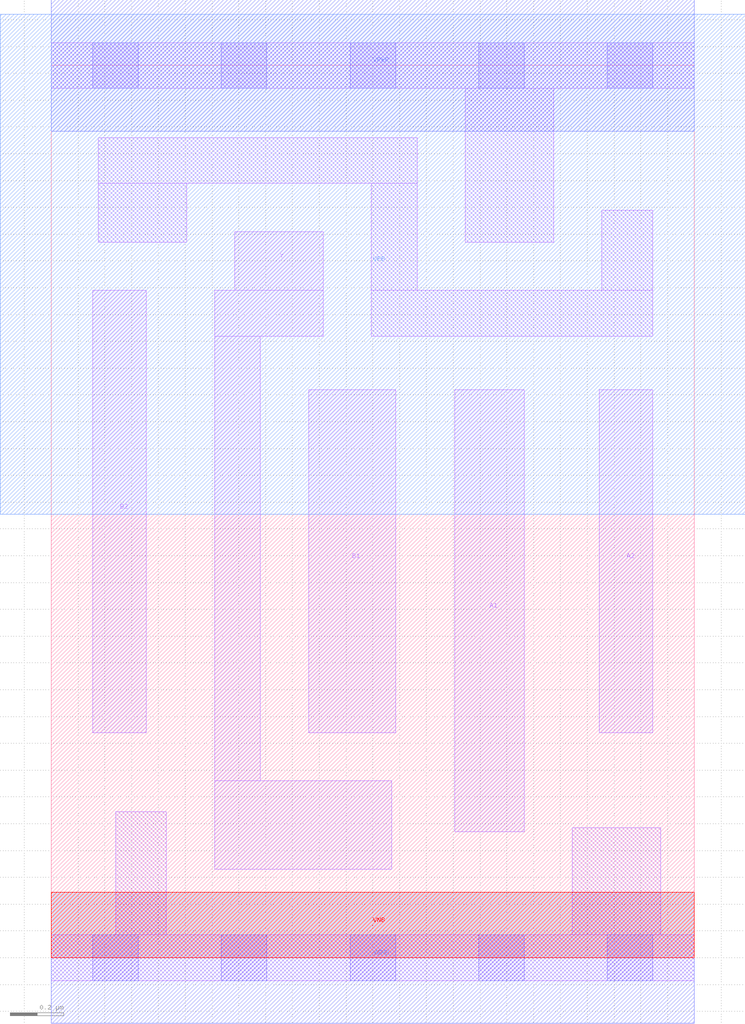
<source format=lef>
# Copyright 2020 The SkyWater PDK Authors
#
# Licensed under the Apache License, Version 2.0 (the "License");
# you may not use this file except in compliance with the License.
# You may obtain a copy of the License at
#
#     https://www.apache.org/licenses/LICENSE-2.0
#
# Unless required by applicable law or agreed to in writing, software
# distributed under the License is distributed on an "AS IS" BASIS,
# WITHOUT WARRANTIES OR CONDITIONS OF ANY KIND, either express or implied.
# See the License for the specific language governing permissions and
# limitations under the License.
#
# SPDX-License-Identifier: Apache-2.0

VERSION 5.7 ;
  NOWIREEXTENSIONATPIN ON ;
  DIVIDERCHAR "/" ;
  BUSBITCHARS "[]" ;
MACRO sky130_fd_sc_lp__a22oi_m
  CLASS CORE ;
  FOREIGN sky130_fd_sc_lp__a22oi_m ;
  ORIGIN  0.000000  0.000000 ;
  SIZE  2.400000 BY  3.330000 ;
  SYMMETRY X Y R90 ;
  SITE unit ;
  PIN A1
    ANTENNAGATEAREA  0.126000 ;
    DIRECTION INPUT ;
    USE SIGNAL ;
    PORT
      LAYER li1 ;
        RECT 1.505000 0.470000 1.765000 2.120000 ;
    END
  END A1
  PIN A2
    ANTENNAGATEAREA  0.126000 ;
    DIRECTION INPUT ;
    USE SIGNAL ;
    PORT
      LAYER li1 ;
        RECT 2.045000 0.840000 2.245000 2.120000 ;
    END
  END A2
  PIN B1
    ANTENNAGATEAREA  0.126000 ;
    DIRECTION INPUT ;
    USE SIGNAL ;
    PORT
      LAYER li1 ;
        RECT 0.960000 0.840000 1.285000 2.120000 ;
    END
  END B1
  PIN B2
    ANTENNAGATEAREA  0.126000 ;
    DIRECTION INPUT ;
    USE SIGNAL ;
    PORT
      LAYER li1 ;
        RECT 0.155000 0.840000 0.355000 2.490000 ;
    END
  END B2
  PIN Y
    ANTENNADIFFAREA  0.283500 ;
    DIRECTION OUTPUT ;
    USE SIGNAL ;
    PORT
      LAYER li1 ;
        RECT 0.610000 0.330000 1.270000 0.660000 ;
        RECT 0.610000 0.660000 0.780000 2.320000 ;
        RECT 0.610000 2.320000 1.015000 2.490000 ;
        RECT 0.685000 2.490000 1.015000 2.710000 ;
    END
  END Y
  PIN VGND
    DIRECTION INOUT ;
    USE GROUND ;
    PORT
      LAYER met1 ;
        RECT 0.000000 -0.245000 2.400000 0.245000 ;
    END
  END VGND
  PIN VNB
    DIRECTION INOUT ;
    USE GROUND ;
    PORT
      LAYER pwell ;
        RECT 0.000000 0.000000 2.400000 0.245000 ;
    END
  END VNB
  PIN VPB
    DIRECTION INOUT ;
    USE POWER ;
    PORT
      LAYER nwell ;
        RECT -0.190000 1.655000 2.590000 3.520000 ;
    END
  END VPB
  PIN VPWR
    DIRECTION INOUT ;
    USE POWER ;
    PORT
      LAYER met1 ;
        RECT 0.000000 3.085000 2.400000 3.575000 ;
    END
  END VPWR
  OBS
    LAYER li1 ;
      RECT 0.000000 -0.085000 2.400000 0.085000 ;
      RECT 0.000000  3.245000 2.400000 3.415000 ;
      RECT 0.175000  2.670000 0.505000 2.890000 ;
      RECT 0.175000  2.890000 1.365000 3.060000 ;
      RECT 0.240000  0.085000 0.430000 0.545000 ;
      RECT 1.195000  2.320000 2.245000 2.490000 ;
      RECT 1.195000  2.490000 1.365000 2.890000 ;
      RECT 1.545000  2.670000 1.875000 3.245000 ;
      RECT 1.945000  0.085000 2.275000 0.485000 ;
      RECT 2.055000  2.490000 2.245000 2.790000 ;
    LAYER mcon ;
      RECT 0.155000 -0.085000 0.325000 0.085000 ;
      RECT 0.155000  3.245000 0.325000 3.415000 ;
      RECT 0.635000 -0.085000 0.805000 0.085000 ;
      RECT 0.635000  3.245000 0.805000 3.415000 ;
      RECT 1.115000 -0.085000 1.285000 0.085000 ;
      RECT 1.115000  3.245000 1.285000 3.415000 ;
      RECT 1.595000 -0.085000 1.765000 0.085000 ;
      RECT 1.595000  3.245000 1.765000 3.415000 ;
      RECT 2.075000 -0.085000 2.245000 0.085000 ;
      RECT 2.075000  3.245000 2.245000 3.415000 ;
  END
END sky130_fd_sc_lp__a22oi_m
END LIBRARY

</source>
